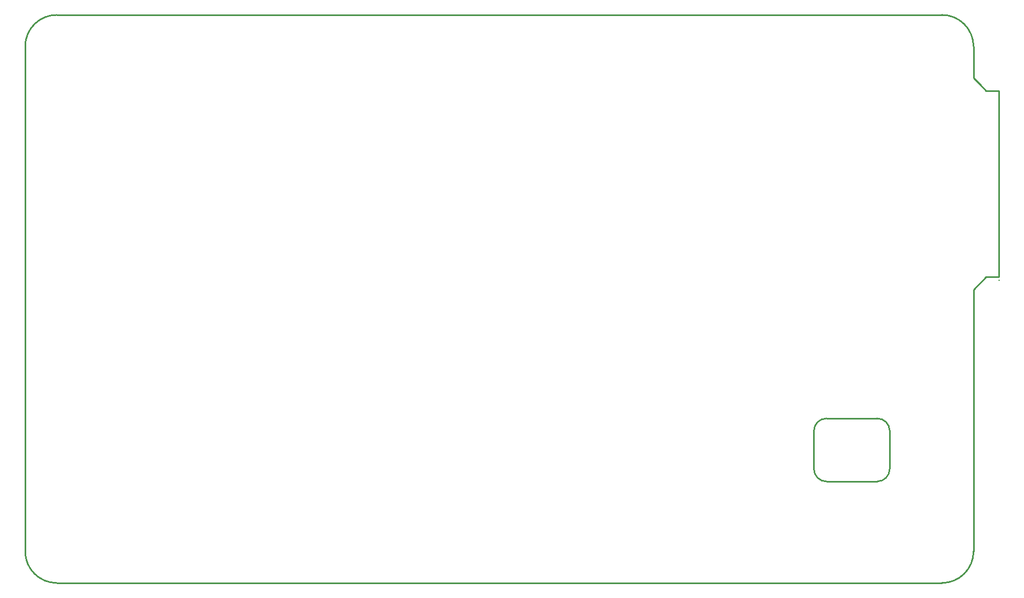
<source format=gbr>
%TF.GenerationSoftware,Altium Limited,Altium Designer,22.5.1 (42)*%
G04 Layer_Color=32768*
%FSLAX43Y43*%
%MOMM*%
%TF.SameCoordinates,16143D8C-65FE-44CA-9B93-5BB87F4A9255*%
%TF.FilePolarity,Positive*%
%TF.FileFunction,Other,Outline*%
%TF.Part,Single*%
G01*
G75*
%TA.AperFunction,NonConductor*%
%ADD84C,0.254*%
D84*
X134750Y16075D02*
G03*
X136750Y18075I0J2000D01*
G01*
Y24075D02*
G03*
X134750Y26075I-2000J0D01*
G01*
X126750D02*
G03*
X124750Y24075I0J-2000D01*
G01*
Y18075D02*
G03*
X126750Y16075I2000J0D01*
G01*
X5000Y90000D02*
G03*
X0Y85000I0J-5000D01*
G01*
X150000D02*
G03*
X145000Y90000I-5000J0D01*
G01*
X0Y5000D02*
G03*
X5000Y0I5000J0D01*
G01*
X145000D02*
G03*
X150000Y5000I0J5000D01*
G01*
Y46000D02*
Y46500D01*
X152000Y48500D01*
X154000D01*
X150000Y46000D02*
X150000Y46000D01*
X150000Y45000D02*
Y46000D01*
X151000Y79000D02*
X152000Y78000D01*
X150000Y80000D02*
Y81000D01*
Y80000D02*
X151000Y79000D01*
X152000Y78000D02*
X154000D01*
Y77000D02*
Y78000D01*
X154000Y48000D02*
X154000Y48000D01*
Y48500D02*
Y49000D01*
X136750Y18075D02*
Y24075D01*
X126750Y16075D02*
X134750D01*
X126750Y26075D02*
X134750D01*
X124750Y18075D02*
Y24075D01*
X150000Y81000D02*
Y85000D01*
X154000Y76000D02*
Y77000D01*
X5000Y90000D02*
X145000D01*
X5000Y0D02*
X145000D01*
X150000Y45000D02*
X150000Y5000D01*
X154000Y49000D02*
X154000Y76000D01*
X-0Y5000D02*
X0Y85000D01*
%TF.MD5,14d2583f760902055900b430bebdf071*%
M02*

</source>
